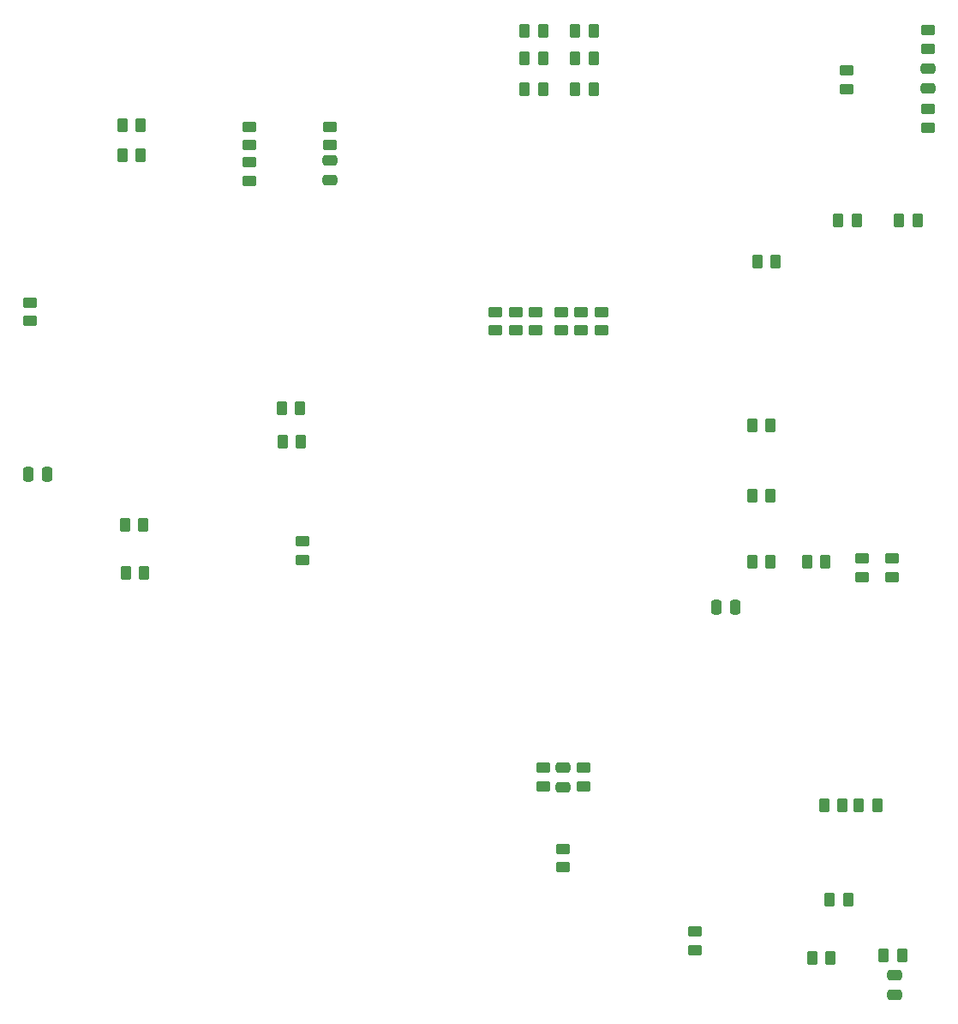
<source format=gtp>
G04 #@! TF.GenerationSoftware,KiCad,Pcbnew,8.0.6*
G04 #@! TF.CreationDate,2024-12-03T19:12:37+01:00*
G04 #@! TF.ProjectId,HomeAutomationESP32C2mini_2024,486f6d65-4175-4746-9f6d-6174696f6e45,Rev A*
G04 #@! TF.SameCoordinates,Original*
G04 #@! TF.FileFunction,Paste,Top*
G04 #@! TF.FilePolarity,Positive*
%FSLAX46Y46*%
G04 Gerber Fmt 4.6, Leading zero omitted, Abs format (unit mm)*
G04 Created by KiCad (PCBNEW 8.0.6) date 2024-12-03 19:12:37*
%MOMM*%
%LPD*%
G01*
G04 APERTURE LIST*
G04 Aperture macros list*
%AMRoundRect*
0 Rectangle with rounded corners*
0 $1 Rounding radius*
0 $2 $3 $4 $5 $6 $7 $8 $9 X,Y pos of 4 corners*
0 Add a 4 corners polygon primitive as box body*
4,1,4,$2,$3,$4,$5,$6,$7,$8,$9,$2,$3,0*
0 Add four circle primitives for the rounded corners*
1,1,$1+$1,$2,$3*
1,1,$1+$1,$4,$5*
1,1,$1+$1,$6,$7*
1,1,$1+$1,$8,$9*
0 Add four rect primitives between the rounded corners*
20,1,$1+$1,$2,$3,$4,$5,0*
20,1,$1+$1,$4,$5,$6,$7,0*
20,1,$1+$1,$6,$7,$8,$9,0*
20,1,$1+$1,$8,$9,$2,$3,0*%
G04 Aperture macros list end*
%ADD10RoundRect,0.250000X0.262500X0.450000X-0.262500X0.450000X-0.262500X-0.450000X0.262500X-0.450000X0*%
%ADD11RoundRect,0.250000X-0.262500X-0.450000X0.262500X-0.450000X0.262500X0.450000X-0.262500X0.450000X0*%
%ADD12RoundRect,0.250000X0.450000X-0.262500X0.450000X0.262500X-0.450000X0.262500X-0.450000X-0.262500X0*%
%ADD13RoundRect,0.250000X-0.450000X0.262500X-0.450000X-0.262500X0.450000X-0.262500X0.450000X0.262500X0*%
%ADD14RoundRect,0.250000X-0.250000X-0.475000X0.250000X-0.475000X0.250000X0.475000X-0.250000X0.475000X0*%
%ADD15RoundRect,0.250000X0.250000X0.475000X-0.250000X0.475000X-0.250000X-0.475000X0.250000X-0.475000X0*%
%ADD16RoundRect,0.250000X0.475000X-0.250000X0.475000X0.250000X-0.475000X0.250000X-0.475000X-0.250000X0*%
%ADD17RoundRect,0.250000X-0.475000X0.250000X-0.475000X-0.250000X0.475000X-0.250000X0.475000X0.250000X0*%
G04 APERTURE END LIST*
D10*
X62270000Y-63555000D03*
X60445000Y-63555000D03*
D11*
X131175000Y-70000000D03*
X133000000Y-70000000D03*
X100175000Y-54000000D03*
X102000000Y-54000000D03*
D10*
X107000000Y-51300000D03*
X105175000Y-51300000D03*
D12*
X51300000Y-79912500D03*
X51300000Y-78087500D03*
X104000000Y-133825000D03*
X104000000Y-132000000D03*
D13*
X136500000Y-103370000D03*
X136500000Y-105195000D03*
D11*
X100175000Y-57000000D03*
X102000000Y-57000000D03*
D12*
X97250000Y-80825000D03*
X97250000Y-79000000D03*
D10*
X62270000Y-60555000D03*
X60445000Y-60555000D03*
D12*
X101250000Y-80825000D03*
X101250000Y-79000000D03*
D11*
X133185000Y-127750000D03*
X135010000Y-127750000D03*
D10*
X62575000Y-104750000D03*
X60750000Y-104750000D03*
D11*
X76250000Y-91800000D03*
X78075000Y-91800000D03*
D10*
X107000000Y-57000000D03*
X105175000Y-57000000D03*
D13*
X140000000Y-51175000D03*
X140000000Y-53000000D03*
D12*
X99300000Y-80825000D03*
X99300000Y-79000000D03*
D13*
X133550000Y-103370000D03*
X133550000Y-105195000D03*
D14*
X51100000Y-95000000D03*
X53000000Y-95000000D03*
D15*
X121000000Y-108195000D03*
X119100000Y-108195000D03*
D12*
X80945000Y-62555000D03*
X80945000Y-60730000D03*
D11*
X76175000Y-88550000D03*
X78000000Y-88550000D03*
D16*
X80945000Y-65955000D03*
X80945000Y-64055000D03*
D12*
X140000000Y-60825000D03*
X140000000Y-59000000D03*
X102000000Y-125825000D03*
X102000000Y-124000000D03*
X105750000Y-80825000D03*
X105750000Y-79000000D03*
X132000000Y-57000000D03*
X132000000Y-55175000D03*
X72945000Y-62555000D03*
X72945000Y-60730000D03*
X107800000Y-80825000D03*
X107800000Y-79000000D03*
D16*
X140000000Y-56900000D03*
X140000000Y-55000000D03*
D11*
X122675000Y-90195000D03*
X124500000Y-90195000D03*
D10*
X132162500Y-137000000D03*
X130337500Y-137000000D03*
D17*
X136750000Y-144500000D03*
X136750000Y-146400000D03*
D10*
X131585000Y-127750000D03*
X129760000Y-127750000D03*
D13*
X78250000Y-101675000D03*
X78250000Y-103500000D03*
D10*
X107000000Y-54000000D03*
X105175000Y-54000000D03*
D11*
X137175000Y-70000000D03*
X139000000Y-70000000D03*
D10*
X62500000Y-100000000D03*
X60675000Y-100000000D03*
D11*
X100175000Y-51300000D03*
X102000000Y-51300000D03*
D10*
X125000000Y-74000000D03*
X123175000Y-74000000D03*
X129912500Y-103695000D03*
X128087500Y-103695000D03*
D13*
X117000000Y-140175000D03*
X117000000Y-142000000D03*
D11*
X122675000Y-103695000D03*
X124500000Y-103695000D03*
D16*
X104000000Y-125900000D03*
X104000000Y-124000000D03*
D10*
X137500000Y-142500000D03*
X135675000Y-142500000D03*
D13*
X72945000Y-64230000D03*
X72945000Y-66055000D03*
D12*
X106000000Y-125825000D03*
X106000000Y-124000000D03*
D10*
X124500000Y-97195000D03*
X122675000Y-97195000D03*
D12*
X103800000Y-80825000D03*
X103800000Y-79000000D03*
D11*
X128587500Y-142750000D03*
X130412500Y-142750000D03*
M02*

</source>
